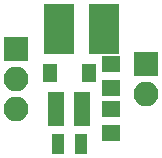
<source format=gts>
G04 #@! TF.FileFunction,Soldermask,Top*
%FSLAX46Y46*%
G04 Gerber Fmt 4.6, Leading zero omitted, Abs format (unit mm)*
G04 Created by KiCad (PCBNEW 4.0.6) date 07/26/17 22:00:31*
%MOMM*%
%LPD*%
G01*
G04 APERTURE LIST*
%ADD10C,0.100000*%
%ADD11R,1.460000X1.050000*%
%ADD12R,1.650000X1.400000*%
%ADD13R,2.100000X2.100000*%
%ADD14O,2.100000X2.100000*%
%ADD15R,2.600000X4.300000*%
%ADD16R,1.100000X1.700000*%
%ADD17R,1.300000X1.600000*%
G04 APERTURE END LIST*
D10*
D11*
X105400000Y-94090000D03*
X105400000Y-95040000D03*
X105400000Y-95990000D03*
X107600000Y-95990000D03*
X107600000Y-94090000D03*
X107600000Y-95040000D03*
D12*
X110000000Y-95040000D03*
X110000000Y-97040000D03*
X110000000Y-91230000D03*
X110000000Y-93230000D03*
D13*
X113000000Y-91230000D03*
D14*
X113000000Y-93770000D03*
D15*
X109400000Y-88250000D03*
X105600000Y-88250000D03*
D16*
X105550000Y-98000000D03*
X107450000Y-98000000D03*
D13*
X102000000Y-89960000D03*
D14*
X102000000Y-92500000D03*
X102000000Y-95040000D03*
D17*
X108150000Y-92000000D03*
X104850000Y-92000000D03*
M02*

</source>
